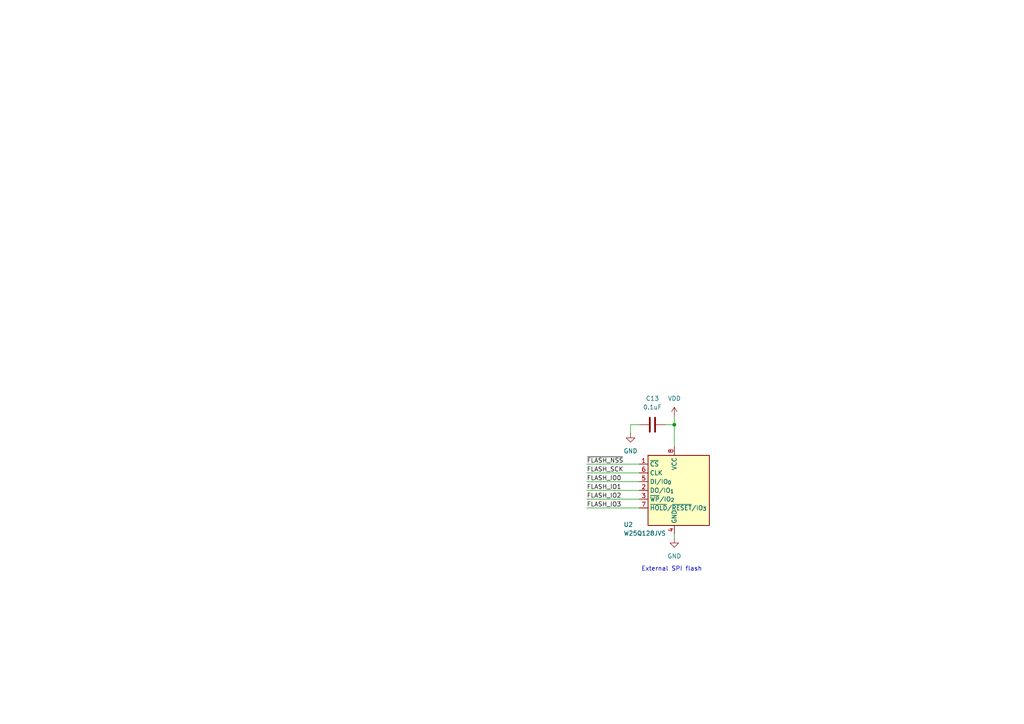
<source format=kicad_sch>
(kicad_sch (version 20250114) (generator "eeschema") (generator_version "9.0")
  (paper "A4")
  (lib_symbols
    (symbol "Device:C" (pin_numbers (hide yes)) (pin_names (offset 0.254))
      (property "Reference" "C" (at 0.635 2.54 0))
      (property "Value" "C" (at 0.635 -2.54 0))
      (symbol "C_0_1"
        (polyline (pts (xy -2.032 0.762) (xy 2.032 0.762)) (stroke (width 0.508)))
        (polyline (pts (xy -2.032 -0.762) (xy 2.032 -0.762)) (stroke (width 0.508)))
      )
      (symbol "C_1_1"
        (pin passive line (at 0 3.81 270) (length 2.794) (name "~") (number "1"))
        (pin passive line (at 0 -3.81 90) (length 2.794) (name "~") (number "2"))
      )
    )
    (symbol "Memory_Flash:W25Q128JVS"
      (property "Reference" "U" (at -6.35 11.43 0))
      (property "Value" "W25Q128JVS" (at 7.62 11.43 0))
      (symbol "W25Q128JVS_0_1"
        (rectangle (start -7.62 10.16) (end 10.16 -10.16) (stroke (width 0.254)) (fill (type background)))
      )
      (symbol "W25Q128JVS_1_1"
        (pin input line (at -10.16 7.62 0) (length 2.54) (name "~{CS}") (number "1"))
        (pin input line (at -10.16 5.08 0) (length 2.54) (name "CLK") (number "6"))
        (pin bidirectional line (at -10.16 2.54 0) (length 2.54) (name "DI/IO_{0}") (number "5"))
        (pin bidirectional line (at -10.16 0 0) (length 2.54) (name "DO/IO_{1}") (number "2"))
        (pin bidirectional line (at -10.16 -2.54 0) (length 2.54) (name "~{WP}/IO_{2}") (number "3"))
        (pin bidirectional line (at -10.16 -5.08 0) (length 2.54) (name "~{HOLD}/~{RESET}/IO_{3}") (number "7"))
        (pin power_in line (at 0 12.7 270) (length 2.54) (name "VCC") (number "8"))
        (pin power_in line (at 0 -12.7 90) (length 2.54) (name "GND") (number "4"))
      )
    )
    (symbol "power:GND" (power) (pin_numbers (hide yes)) (pin_names (offset 0) (hide yes))
      (property "Value" "GND" (at 0 -3.81 0))
      (symbol "GND_0_1"
        (polyline (pts (xy 0 0) (xy 0 -1.27) (xy 1.27 -1.27) (xy 0 -2.54) (xy -1.27 -1.27) (xy 0 -1.27)))
      )
      (symbol "GND_1_1"
        (pin power_in line (at 0 0 270) (length 0) (name "~") (number "1"))
      )
    )
    (symbol "power:VDD" (power) (pin_numbers (hide yes)) (pin_names (offset 0) (hide yes))
      (property "Value" "VDD" (at 0 3.556 0))
      (symbol "VDD_0_1"
        (polyline (pts (xy -0.762 1.27) (xy 0 2.54)))
        (polyline (pts (xy 0 2.54) (xy 0.762 1.27)))
        (polyline (pts (xy 0 0) (xy 0 2.54)))
      )
      (symbol "VDD_1_1"
        (pin power_in line (at 0 0 90) (length 0) (name "~") (number "1"))
      )
    )
  )
  (text "External SPI flash" (at 194.818 165.1 0) (effects (font (size 1.27 1.27))))
  (junction (at 195.58 123.19))
  (wire (pts (xy 185.42 123.19) (xy 182.88 123.19)))
  (wire (pts (xy 170.18 134.62) (xy 185.42 134.62)))
  (wire (pts (xy 195.58 154.94) (xy 195.58 156.21)))
  (wire (pts (xy 195.58 123.19) (xy 195.58 129.54)))
  (wire (pts (xy 170.18 142.24) (xy 185.42 142.24)))
  (wire (pts (xy 195.58 120.65) (xy 195.58 123.19)))
  (wire (pts (xy 170.18 139.7) (xy 185.42 139.7)))
  (wire (pts (xy 195.58 123.19) (xy 193.04 123.19)))
  (wire (pts (xy 182.88 123.19) (xy 182.88 125.73)))
  (wire (pts (xy 170.18 147.32) (xy 185.42 147.32)))
  (wire (pts (xy 170.18 144.78) (xy 185.42 144.78)))
  (wire (pts (xy 170.18 137.16) (xy 185.42 137.16)))
  (label "FLASH_SCK" (at 170.18 137.16 0))
  (label "FLASH_IO2" (at 170.18 144.78 0))
  (label "FLASH_IO0" (at 170.18 139.7 0))
  (label "FLASH_IO1" (at 170.18 142.24 0))
  (label "~{FLASH_NSS}" (at 170.18 134.62 0))
  (label "FLASH_IO3" (at 170.18 147.32 0))
  (symbol (lib_id "Memory_Flash:W25Q128JVS") (at 195.58 142.24 0) (unit 1)
    (property "Reference" "U2" (at 180.848 152.146 0) (effects (justify left)))
    (property "Value" "W25Q128JVS" (at 180.848 154.686 0) (effects (justify left)))
    (property "Footprint" "Package_SO:SOIC-8_5.3x5.3mm_P1.27mm" (effects (hide yes)))
    (property "Datasheet" "https://www.winbond.com/resource-files/w25q128jv_dtr%20revc%2003272018%20plus.pdf" (effects (hide yes)))
    (property "Description" "128Mbit / 16MiB Serial Flash Memory, Standard/Dual/Quad SPI, 2.7-3.6V, SOIC-8" (effects (hide yes)))
    (property "Part No." "W25Q128JVSIQ" (effects (hide yes)))
    (property "Vendor" "Winbond" (effects (hide yes)))
  )
  (symbol (lib_id "power:GND") (at 195.58 156.21 0) (unit 1)
    (property "Reference" "#PWR021" (effects (hide yes)))
    (property "Value" "GND" (at 195.58 161.29 0))
    (property "Description" "Power symbol creates a global label with name \"GND\" , ground" (effects (hide yes)))
  )
  (symbol (lib_id "power:GND") (at 182.88 125.73 0) (unit 1)
    (property "Reference" "#PWR016" (effects (hide yes)))
    (property "Value" "GND" (at 182.88 130.81 0))
    (property "Description" "Power symbol creates a global label with name \"GND\" , ground" (effects (hide yes)))
  )
  (symbol (lib_id "power:VDD") (at 195.58 120.65 0) (unit 1)
    (property "Reference" "#PWR020" (effects (hide yes)))
    (property "Value" "VDD" (at 195.58 115.57 0))
    (property "Description" "Power symbol creates a global label with name \"VDD\"" (effects (hide yes)))
  )
  (symbol (lib_id "Device:C") (at 189.23 123.19 270) (unit 1)
    (property "Reference" "C13" (at 189.23 115.57 90))
    (property "Value" "0.1uF" (at 189.23 118.11 90))
    (property "Footprint" "Capacitor_SMD:C_0603_1608Metric" (effects (hide yes)))
    (property "Description" "Unpolarized capacitor" (effects (hide yes)))
  )
)
</source>
